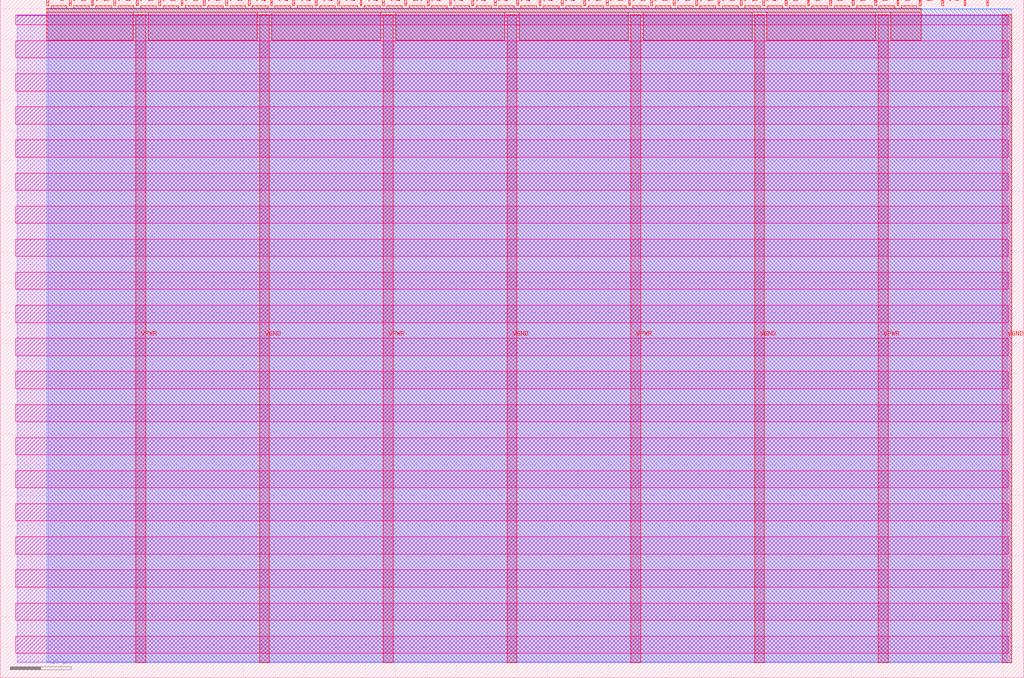
<source format=lef>
VERSION 5.7 ;
  NOWIREEXTENSIONATPIN ON ;
  DIVIDERCHAR "/" ;
  BUSBITCHARS "[]" ;
MACRO tt_um_wokwi_375246321309880321
  CLASS BLOCK ;
  FOREIGN tt_um_wokwi_375246321309880321 ;
  ORIGIN 0.000 0.000 ;
  SIZE 168.360 BY 111.520 ;
  PIN VGND
    DIRECTION INOUT ;
    USE GROUND ;
    PORT
      LAYER met4 ;
        RECT 42.670 2.480 44.270 109.040 ;
    END
    PORT
      LAYER met4 ;
        RECT 83.380 2.480 84.980 109.040 ;
    END
    PORT
      LAYER met4 ;
        RECT 124.090 2.480 125.690 109.040 ;
    END
    PORT
      LAYER met4 ;
        RECT 164.800 2.480 166.400 109.040 ;
    END
  END VGND
  PIN VPWR
    DIRECTION INOUT ;
    USE POWER ;
    PORT
      LAYER met4 ;
        RECT 22.315 2.480 23.915 109.040 ;
    END
    PORT
      LAYER met4 ;
        RECT 63.025 2.480 64.625 109.040 ;
    END
    PORT
      LAYER met4 ;
        RECT 103.735 2.480 105.335 109.040 ;
    END
    PORT
      LAYER met4 ;
        RECT 144.445 2.480 146.045 109.040 ;
    END
  END VPWR
  PIN clk
    DIRECTION INPUT ;
    USE SIGNAL ;
    PORT
      LAYER met4 ;
        RECT 158.550 110.520 158.850 111.520 ;
    END
  END clk
  PIN ena
    DIRECTION INPUT ;
    USE SIGNAL ;
    PORT
      LAYER met4 ;
        RECT 162.230 110.520 162.530 111.520 ;
    END
  END ena
  PIN rst_n
    DIRECTION INPUT ;
    USE SIGNAL ;
    PORT
      LAYER met4 ;
        RECT 154.870 110.520 155.170 111.520 ;
    END
  END rst_n
  PIN ui_in[0]
    DIRECTION INPUT ;
    USE SIGNAL ;
    ANTENNAGATEAREA 0.196500 ;
    PORT
      LAYER met4 ;
        RECT 151.190 110.520 151.490 111.520 ;
    END
  END ui_in[0]
  PIN ui_in[1]
    DIRECTION INPUT ;
    USE SIGNAL ;
    ANTENNAGATEAREA 0.213000 ;
    PORT
      LAYER met4 ;
        RECT 147.510 110.520 147.810 111.520 ;
    END
  END ui_in[1]
  PIN ui_in[2]
    DIRECTION INPUT ;
    USE SIGNAL ;
    ANTENNAGATEAREA 0.196500 ;
    PORT
      LAYER met4 ;
        RECT 143.830 110.520 144.130 111.520 ;
    END
  END ui_in[2]
  PIN ui_in[3]
    DIRECTION INPUT ;
    USE SIGNAL ;
    ANTENNAGATEAREA 0.196500 ;
    PORT
      LAYER met4 ;
        RECT 140.150 110.520 140.450 111.520 ;
    END
  END ui_in[3]
  PIN ui_in[4]
    DIRECTION INPUT ;
    USE SIGNAL ;
    ANTENNAGATEAREA 0.196500 ;
    PORT
      LAYER met4 ;
        RECT 136.470 110.520 136.770 111.520 ;
    END
  END ui_in[4]
  PIN ui_in[5]
    DIRECTION INPUT ;
    USE SIGNAL ;
    ANTENNAGATEAREA 0.196500 ;
    PORT
      LAYER met4 ;
        RECT 132.790 110.520 133.090 111.520 ;
    END
  END ui_in[5]
  PIN ui_in[6]
    DIRECTION INPUT ;
    USE SIGNAL ;
    ANTENNAGATEAREA 0.196500 ;
    PORT
      LAYER met4 ;
        RECT 129.110 110.520 129.410 111.520 ;
    END
  END ui_in[6]
  PIN ui_in[7]
    DIRECTION INPUT ;
    USE SIGNAL ;
    ANTENNAGATEAREA 0.196500 ;
    PORT
      LAYER met4 ;
        RECT 125.430 110.520 125.730 111.520 ;
    END
  END ui_in[7]
  PIN uio_in[0]
    DIRECTION INPUT ;
    USE SIGNAL ;
    PORT
      LAYER met4 ;
        RECT 121.750 110.520 122.050 111.520 ;
    END
  END uio_in[0]
  PIN uio_in[1]
    DIRECTION INPUT ;
    USE SIGNAL ;
    PORT
      LAYER met4 ;
        RECT 118.070 110.520 118.370 111.520 ;
    END
  END uio_in[1]
  PIN uio_in[2]
    DIRECTION INPUT ;
    USE SIGNAL ;
    PORT
      LAYER met4 ;
        RECT 114.390 110.520 114.690 111.520 ;
    END
  END uio_in[2]
  PIN uio_in[3]
    DIRECTION INPUT ;
    USE SIGNAL ;
    PORT
      LAYER met4 ;
        RECT 110.710 110.520 111.010 111.520 ;
    END
  END uio_in[3]
  PIN uio_in[4]
    DIRECTION INPUT ;
    USE SIGNAL ;
    PORT
      LAYER met4 ;
        RECT 107.030 110.520 107.330 111.520 ;
    END
  END uio_in[4]
  PIN uio_in[5]
    DIRECTION INPUT ;
    USE SIGNAL ;
    PORT
      LAYER met4 ;
        RECT 103.350 110.520 103.650 111.520 ;
    END
  END uio_in[5]
  PIN uio_in[6]
    DIRECTION INPUT ;
    USE SIGNAL ;
    PORT
      LAYER met4 ;
        RECT 99.670 110.520 99.970 111.520 ;
    END
  END uio_in[6]
  PIN uio_in[7]
    DIRECTION INPUT ;
    USE SIGNAL ;
    PORT
      LAYER met4 ;
        RECT 95.990 110.520 96.290 111.520 ;
    END
  END uio_in[7]
  PIN uio_oe[0]
    DIRECTION OUTPUT TRISTATE ;
    USE SIGNAL ;
    PORT
      LAYER met4 ;
        RECT 33.430 110.520 33.730 111.520 ;
    END
  END uio_oe[0]
  PIN uio_oe[1]
    DIRECTION OUTPUT TRISTATE ;
    USE SIGNAL ;
    PORT
      LAYER met4 ;
        RECT 29.750 110.520 30.050 111.520 ;
    END
  END uio_oe[1]
  PIN uio_oe[2]
    DIRECTION OUTPUT TRISTATE ;
    USE SIGNAL ;
    PORT
      LAYER met4 ;
        RECT 26.070 110.520 26.370 111.520 ;
    END
  END uio_oe[2]
  PIN uio_oe[3]
    DIRECTION OUTPUT TRISTATE ;
    USE SIGNAL ;
    PORT
      LAYER met4 ;
        RECT 22.390 110.520 22.690 111.520 ;
    END
  END uio_oe[3]
  PIN uio_oe[4]
    DIRECTION OUTPUT TRISTATE ;
    USE SIGNAL ;
    PORT
      LAYER met4 ;
        RECT 18.710 110.520 19.010 111.520 ;
    END
  END uio_oe[4]
  PIN uio_oe[5]
    DIRECTION OUTPUT TRISTATE ;
    USE SIGNAL ;
    PORT
      LAYER met4 ;
        RECT 15.030 110.520 15.330 111.520 ;
    END
  END uio_oe[5]
  PIN uio_oe[6]
    DIRECTION OUTPUT TRISTATE ;
    USE SIGNAL ;
    PORT
      LAYER met4 ;
        RECT 11.350 110.520 11.650 111.520 ;
    END
  END uio_oe[6]
  PIN uio_oe[7]
    DIRECTION OUTPUT TRISTATE ;
    USE SIGNAL ;
    PORT
      LAYER met4 ;
        RECT 7.670 110.520 7.970 111.520 ;
    END
  END uio_oe[7]
  PIN uio_out[0]
    DIRECTION OUTPUT TRISTATE ;
    USE SIGNAL ;
    PORT
      LAYER met4 ;
        RECT 62.870 110.520 63.170 111.520 ;
    END
  END uio_out[0]
  PIN uio_out[1]
    DIRECTION OUTPUT TRISTATE ;
    USE SIGNAL ;
    PORT
      LAYER met4 ;
        RECT 59.190 110.520 59.490 111.520 ;
    END
  END uio_out[1]
  PIN uio_out[2]
    DIRECTION OUTPUT TRISTATE ;
    USE SIGNAL ;
    PORT
      LAYER met4 ;
        RECT 55.510 110.520 55.810 111.520 ;
    END
  END uio_out[2]
  PIN uio_out[3]
    DIRECTION OUTPUT TRISTATE ;
    USE SIGNAL ;
    PORT
      LAYER met4 ;
        RECT 51.830 110.520 52.130 111.520 ;
    END
  END uio_out[3]
  PIN uio_out[4]
    DIRECTION OUTPUT TRISTATE ;
    USE SIGNAL ;
    PORT
      LAYER met4 ;
        RECT 48.150 110.520 48.450 111.520 ;
    END
  END uio_out[4]
  PIN uio_out[5]
    DIRECTION OUTPUT TRISTATE ;
    USE SIGNAL ;
    PORT
      LAYER met4 ;
        RECT 44.470 110.520 44.770 111.520 ;
    END
  END uio_out[5]
  PIN uio_out[6]
    DIRECTION OUTPUT TRISTATE ;
    USE SIGNAL ;
    PORT
      LAYER met4 ;
        RECT 40.790 110.520 41.090 111.520 ;
    END
  END uio_out[6]
  PIN uio_out[7]
    DIRECTION OUTPUT TRISTATE ;
    USE SIGNAL ;
    PORT
      LAYER met4 ;
        RECT 37.110 110.520 37.410 111.520 ;
    END
  END uio_out[7]
  PIN uo_out[0]
    DIRECTION OUTPUT TRISTATE ;
    USE SIGNAL ;
    ANTENNADIFFAREA 0.445500 ;
    PORT
      LAYER met4 ;
        RECT 92.310 110.520 92.610 111.520 ;
    END
  END uo_out[0]
  PIN uo_out[1]
    DIRECTION OUTPUT TRISTATE ;
    USE SIGNAL ;
    ANTENNADIFFAREA 0.445500 ;
    PORT
      LAYER met4 ;
        RECT 88.630 110.520 88.930 111.520 ;
    END
  END uo_out[1]
  PIN uo_out[2]
    DIRECTION OUTPUT TRISTATE ;
    USE SIGNAL ;
    ANTENNADIFFAREA 0.445500 ;
    PORT
      LAYER met4 ;
        RECT 84.950 110.520 85.250 111.520 ;
    END
  END uo_out[2]
  PIN uo_out[3]
    DIRECTION OUTPUT TRISTATE ;
    USE SIGNAL ;
    ANTENNADIFFAREA 0.445500 ;
    PORT
      LAYER met4 ;
        RECT 81.270 110.520 81.570 111.520 ;
    END
  END uo_out[3]
  PIN uo_out[4]
    DIRECTION OUTPUT TRISTATE ;
    USE SIGNAL ;
    ANTENNADIFFAREA 0.445500 ;
    PORT
      LAYER met4 ;
        RECT 77.590 110.520 77.890 111.520 ;
    END
  END uo_out[4]
  PIN uo_out[5]
    DIRECTION OUTPUT TRISTATE ;
    USE SIGNAL ;
    ANTENNADIFFAREA 0.445500 ;
    PORT
      LAYER met4 ;
        RECT 73.910 110.520 74.210 111.520 ;
    END
  END uo_out[5]
  PIN uo_out[6]
    DIRECTION OUTPUT TRISTATE ;
    USE SIGNAL ;
    ANTENNADIFFAREA 0.445500 ;
    PORT
      LAYER met4 ;
        RECT 70.230 110.520 70.530 111.520 ;
    END
  END uo_out[6]
  PIN uo_out[7]
    DIRECTION OUTPUT TRISTATE ;
    USE SIGNAL ;
    ANTENNADIFFAREA 0.445500 ;
    PORT
      LAYER met4 ;
        RECT 66.550 110.520 66.850 111.520 ;
    END
  END uo_out[7]
  OBS
      LAYER nwell ;
        RECT 2.570 107.385 165.790 108.990 ;
        RECT 2.570 101.945 165.790 104.775 ;
        RECT 2.570 96.505 165.790 99.335 ;
        RECT 2.570 91.065 165.790 93.895 ;
        RECT 2.570 85.625 165.790 88.455 ;
        RECT 2.570 80.185 165.790 83.015 ;
        RECT 2.570 74.745 165.790 77.575 ;
        RECT 2.570 69.305 165.790 72.135 ;
        RECT 2.570 63.865 165.790 66.695 ;
        RECT 2.570 58.425 165.790 61.255 ;
        RECT 2.570 52.985 165.790 55.815 ;
        RECT 2.570 47.545 165.790 50.375 ;
        RECT 2.570 42.105 165.790 44.935 ;
        RECT 2.570 36.665 165.790 39.495 ;
        RECT 2.570 31.225 165.790 34.055 ;
        RECT 2.570 25.785 165.790 28.615 ;
        RECT 2.570 20.345 165.790 23.175 ;
        RECT 2.570 14.905 165.790 17.735 ;
        RECT 2.570 9.465 165.790 12.295 ;
        RECT 2.570 4.025 165.790 6.855 ;
      LAYER li1 ;
        RECT 2.760 2.635 165.600 108.885 ;
      LAYER met1 ;
        RECT 2.760 2.480 166.400 109.040 ;
      LAYER met2 ;
        RECT 7.910 2.535 166.370 110.005 ;
      LAYER met3 ;
        RECT 7.630 2.555 166.390 109.985 ;
      LAYER met4 ;
        RECT 8.370 110.120 10.950 110.520 ;
        RECT 12.050 110.120 14.630 110.520 ;
        RECT 15.730 110.120 18.310 110.520 ;
        RECT 19.410 110.120 21.990 110.520 ;
        RECT 23.090 110.120 25.670 110.520 ;
        RECT 26.770 110.120 29.350 110.520 ;
        RECT 30.450 110.120 33.030 110.520 ;
        RECT 34.130 110.120 36.710 110.520 ;
        RECT 37.810 110.120 40.390 110.520 ;
        RECT 41.490 110.120 44.070 110.520 ;
        RECT 45.170 110.120 47.750 110.520 ;
        RECT 48.850 110.120 51.430 110.520 ;
        RECT 52.530 110.120 55.110 110.520 ;
        RECT 56.210 110.120 58.790 110.520 ;
        RECT 59.890 110.120 62.470 110.520 ;
        RECT 63.570 110.120 66.150 110.520 ;
        RECT 67.250 110.120 69.830 110.520 ;
        RECT 70.930 110.120 73.510 110.520 ;
        RECT 74.610 110.120 77.190 110.520 ;
        RECT 78.290 110.120 80.870 110.520 ;
        RECT 81.970 110.120 84.550 110.520 ;
        RECT 85.650 110.120 88.230 110.520 ;
        RECT 89.330 110.120 91.910 110.520 ;
        RECT 93.010 110.120 95.590 110.520 ;
        RECT 96.690 110.120 99.270 110.520 ;
        RECT 100.370 110.120 102.950 110.520 ;
        RECT 104.050 110.120 106.630 110.520 ;
        RECT 107.730 110.120 110.310 110.520 ;
        RECT 111.410 110.120 113.990 110.520 ;
        RECT 115.090 110.120 117.670 110.520 ;
        RECT 118.770 110.120 121.350 110.520 ;
        RECT 122.450 110.120 125.030 110.520 ;
        RECT 126.130 110.120 128.710 110.520 ;
        RECT 129.810 110.120 132.390 110.520 ;
        RECT 133.490 110.120 136.070 110.520 ;
        RECT 137.170 110.120 139.750 110.520 ;
        RECT 140.850 110.120 143.430 110.520 ;
        RECT 144.530 110.120 147.110 110.520 ;
        RECT 148.210 110.120 150.790 110.520 ;
        RECT 7.655 109.440 151.505 110.120 ;
        RECT 7.655 104.895 21.915 109.440 ;
        RECT 24.315 104.895 42.270 109.440 ;
        RECT 44.670 104.895 62.625 109.440 ;
        RECT 65.025 104.895 82.980 109.440 ;
        RECT 85.380 104.895 103.335 109.440 ;
        RECT 105.735 104.895 123.690 109.440 ;
        RECT 126.090 104.895 144.045 109.440 ;
        RECT 146.445 104.895 151.505 109.440 ;
  END
END tt_um_wokwi_375246321309880321
END LIBRARY


</source>
